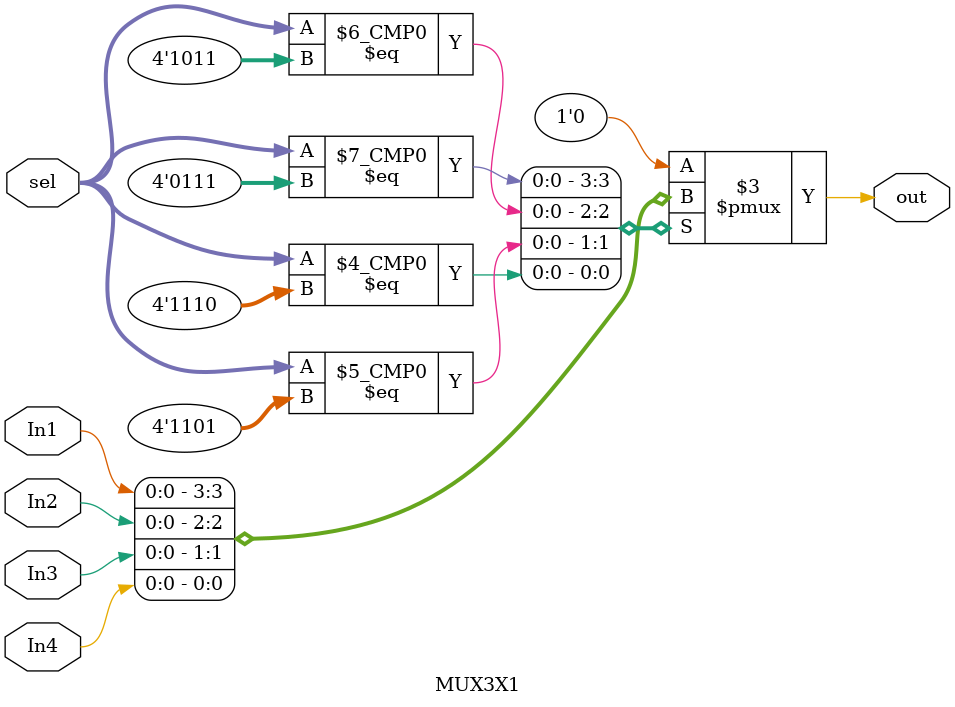
<source format=v>
`timescale 1ns / 1ps



module MUX3X1
    (
    input In1,
    input In2,
    input In3,
    input In4,
    input [0:3] sel,
    output reg out
    );
    always @(*) begin
        case(sel)
            4'b0111: out=In1;
            4'b1011: out=In2;
            4'b1101: out=In3;
            4'b1110: out=In4;
            default: out = 0;
        endcase
    end
endmodule

</source>
